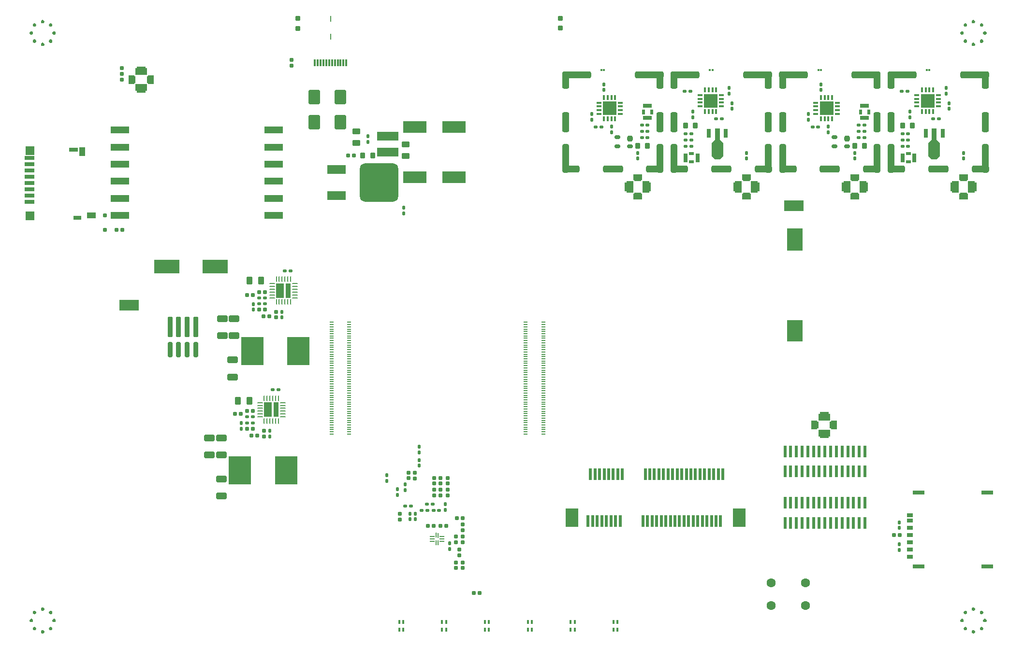
<source format=gtp>
G04*
G04 #@! TF.GenerationSoftware,Altium Limited,Altium Designer,19.1.6 (110)*
G04*
G04 Layer_Color=8421504*
%FSLAX44Y44*%
%MOMM*%
G71*
G01*
G75*
G04:AMPARAMS|DCode=22|XSize=0.6mm|YSize=0.6mm|CornerRadius=0.06mm|HoleSize=0mm|Usage=FLASHONLY|Rotation=0.000|XOffset=0mm|YOffset=0mm|HoleType=Round|Shape=RoundedRectangle|*
%AMROUNDEDRECTD22*
21,1,0.6000,0.4800,0,0,0.0*
21,1,0.4800,0.6000,0,0,0.0*
1,1,0.1200,0.2400,-0.2400*
1,1,0.1200,-0.2400,-0.2400*
1,1,0.1200,-0.2400,0.2400*
1,1,0.1200,0.2400,0.2400*
%
%ADD22ROUNDEDRECTD22*%
G04:AMPARAMS|DCode=23|XSize=1.4mm|YSize=1mm|CornerRadius=0.125mm|HoleSize=0mm|Usage=FLASHONLY|Rotation=0.000|XOffset=0mm|YOffset=0mm|HoleType=Round|Shape=RoundedRectangle|*
%AMROUNDEDRECTD23*
21,1,1.4000,0.7500,0,0,0.0*
21,1,1.1500,1.0000,0,0,0.0*
1,1,0.2500,0.5750,-0.3750*
1,1,0.2500,-0.5750,-0.3750*
1,1,0.2500,-0.5750,0.3750*
1,1,0.2500,0.5750,0.3750*
%
%ADD23ROUNDEDRECTD23*%
%ADD24R,0.7000X0.2000*%
%ADD25R,0.6000X2.0000*%
%ADD26R,2.3000X3.2000*%
G04:AMPARAMS|DCode=27|XSize=0.5mm|YSize=0.6mm|CornerRadius=0.05mm|HoleSize=0mm|Usage=FLASHONLY|Rotation=0.000|XOffset=0mm|YOffset=0mm|HoleType=Round|Shape=RoundedRectangle|*
%AMROUNDEDRECTD27*
21,1,0.5000,0.5000,0,0,0.0*
21,1,0.4000,0.6000,0,0,0.0*
1,1,0.1000,0.2000,-0.2500*
1,1,0.1000,-0.2000,-0.2500*
1,1,0.1000,-0.2000,0.2500*
1,1,0.1000,0.2000,0.2500*
%
%ADD27ROUNDEDRECTD27*%
G04:AMPARAMS|DCode=28|XSize=0.5mm|YSize=0.6mm|CornerRadius=0.05mm|HoleSize=0mm|Usage=FLASHONLY|Rotation=90.000|XOffset=0mm|YOffset=0mm|HoleType=Round|Shape=RoundedRectangle|*
%AMROUNDEDRECTD28*
21,1,0.5000,0.5000,0,0,90.0*
21,1,0.4000,0.6000,0,0,90.0*
1,1,0.1000,0.2500,0.2000*
1,1,0.1000,0.2500,-0.2000*
1,1,0.1000,-0.2500,-0.2000*
1,1,0.1000,-0.2500,0.2000*
%
%ADD28ROUNDEDRECTD28*%
G04:AMPARAMS|DCode=29|XSize=0.6mm|YSize=0.6mm|CornerRadius=0.06mm|HoleSize=0mm|Usage=FLASHONLY|Rotation=270.000|XOffset=0mm|YOffset=0mm|HoleType=Round|Shape=RoundedRectangle|*
%AMROUNDEDRECTD29*
21,1,0.6000,0.4800,0,0,270.0*
21,1,0.4800,0.6000,0,0,270.0*
1,1,0.1200,-0.2400,-0.2400*
1,1,0.1200,-0.2400,0.2400*
1,1,0.1200,0.2400,0.2400*
1,1,0.1200,0.2400,-0.2400*
%
%ADD29ROUNDEDRECTD29*%
%ADD30R,0.2200X0.9100*%
%ADD31R,0.2200X0.8100*%
%ADD32R,0.8100X0.2200*%
%ADD33R,4.1500X2.1500*%
%ADD34R,2.8000X4.0000*%
%ADD35R,2.8000X3.8000*%
%ADD36R,1.5019X1.0013*%
%ADD37R,1.0000X1.5000*%
%ADD38R,1.4006X0.8004*%
%ADD39R,1.5011X0.8006*%
%ADD40R,1.5018X1.5018*%
%ADD41R,1.5009X1.5009*%
%ADD42R,1.7526X0.7011*%
%ADD43R,1.7518X0.7007*%
%ADD44R,1.7504X0.7002*%
%ADD45R,1.7525X0.7010*%
%ADD46R,1.7522X0.7009*%
%ADD47R,1.7516X0.7006*%
%ADD48R,1.7530X0.7012*%
%ADD49R,1.7504X0.7002*%
%ADD50R,2.1000X0.7000*%
%ADD51R,1.1400X0.8000*%
G04:AMPARAMS|DCode=52|XSize=0.7mm|YSize=0.4mm|CornerRadius=0.05mm|HoleSize=0mm|Usage=FLASHONLY|Rotation=90.000|XOffset=0mm|YOffset=0mm|HoleType=Round|Shape=RoundedRectangle|*
%AMROUNDEDRECTD52*
21,1,0.7000,0.3000,0,0,90.0*
21,1,0.6000,0.4000,0,0,90.0*
1,1,0.1000,0.1500,0.3000*
1,1,0.1000,0.1500,-0.3000*
1,1,0.1000,-0.1500,-0.3000*
1,1,0.1000,-0.1500,0.3000*
%
%ADD52ROUNDEDRECTD52*%
%ADD53C,1.6000*%
G04:AMPARAMS|DCode=54|XSize=0.85mm|YSize=3.55mm|CornerRadius=0.2125mm|HoleSize=0mm|Usage=FLASHONLY|Rotation=0.000|XOffset=0mm|YOffset=0mm|HoleType=Round|Shape=RoundedRectangle|*
%AMROUNDEDRECTD54*
21,1,0.8500,3.1250,0,0,0.0*
21,1,0.4250,3.5500,0,0,0.0*
1,1,0.4250,0.2125,-1.5625*
1,1,0.4250,-0.2125,-1.5625*
1,1,0.4250,-0.2125,1.5625*
1,1,0.4250,0.2125,1.5625*
%
%ADD54ROUNDEDRECTD54*%
G04:AMPARAMS|DCode=55|XSize=0.85mm|YSize=2.65mm|CornerRadius=0.2125mm|HoleSize=0mm|Usage=FLASHONLY|Rotation=0.000|XOffset=0mm|YOffset=0mm|HoleType=Round|Shape=RoundedRectangle|*
%AMROUNDEDRECTD55*
21,1,0.8500,2.2250,0,0,0.0*
21,1,0.4250,2.6500,0,0,0.0*
1,1,0.4250,0.2125,-1.1125*
1,1,0.4250,-0.2125,-1.1125*
1,1,0.4250,-0.2125,1.1125*
1,1,0.4250,0.2125,1.1125*
%
%ADD55ROUNDEDRECTD55*%
%ADD56R,3.7000X1.6000*%
%ADD57R,1.5000X0.7500*%
%ADD58R,0.6000X0.9000*%
%ADD59R,0.2000X1.0000*%
%ADD60R,0.3000X1.2000*%
G04:AMPARAMS|DCode=61|XSize=1mm|YSize=0.9mm|CornerRadius=0.1125mm|HoleSize=0mm|Usage=FLASHONLY|Rotation=270.000|XOffset=0mm|YOffset=0mm|HoleType=Round|Shape=RoundedRectangle|*
%AMROUNDEDRECTD61*
21,1,1.0000,0.6750,0,0,270.0*
21,1,0.7750,0.9000,0,0,270.0*
1,1,0.2250,-0.3375,-0.3875*
1,1,0.2250,-0.3375,0.3875*
1,1,0.2250,0.3375,0.3875*
1,1,0.2250,0.3375,-0.3875*
%
%ADD61ROUNDEDRECTD61*%
G04:AMPARAMS|DCode=62|XSize=1.8mm|YSize=1.15mm|CornerRadius=0.1438mm|HoleSize=0mm|Usage=FLASHONLY|Rotation=180.000|XOffset=0mm|YOffset=0mm|HoleType=Round|Shape=RoundedRectangle|*
%AMROUNDEDRECTD62*
21,1,1.8000,0.8625,0,0,180.0*
21,1,1.5125,1.1500,0,0,180.0*
1,1,0.2875,-0.7563,0.4313*
1,1,0.2875,0.7563,0.4313*
1,1,0.2875,0.7563,-0.4313*
1,1,0.2875,-0.7563,-0.4313*
%
%ADD62ROUNDEDRECTD62*%
G04:AMPARAMS|DCode=63|XSize=3.3mm|YSize=1.6mm|CornerRadius=0.2mm|HoleSize=0mm|Usage=FLASHONLY|Rotation=180.000|XOffset=0mm|YOffset=0mm|HoleType=Round|Shape=RoundedRectangle|*
%AMROUNDEDRECTD63*
21,1,3.3000,1.2000,0,0,180.0*
21,1,2.9000,1.6000,0,0,180.0*
1,1,0.4000,-1.4500,0.6000*
1,1,0.4000,1.4500,0.6000*
1,1,0.4000,1.4500,-0.6000*
1,1,0.4000,-1.4500,-0.6000*
%
%ADD63ROUNDEDRECTD63*%
G04:AMPARAMS|DCode=64|XSize=6.7mm|YSize=6.7mm|CornerRadius=0.8375mm|HoleSize=0mm|Usage=FLASHONLY|Rotation=180.000|XOffset=0mm|YOffset=0mm|HoleType=Round|Shape=RoundedRectangle|*
%AMROUNDEDRECTD64*
21,1,6.7000,5.0250,0,0,180.0*
21,1,5.0250,6.7000,0,0,180.0*
1,1,1.6750,-2.5125,2.5125*
1,1,1.6750,2.5125,2.5125*
1,1,1.6750,2.5125,-2.5125*
1,1,1.6750,-2.5125,-2.5125*
%
%ADD64ROUNDEDRECTD64*%
%ADD65R,0.3100X0.3000*%
%ADD66R,0.9000X2.5500*%
%ADD67R,1.4000X2.5500*%
G04:AMPARAMS|DCode=68|XSize=0.25mm|YSize=1mm|CornerRadius=0.0625mm|HoleSize=0mm|Usage=FLASHONLY|Rotation=90.000|XOffset=0mm|YOffset=0mm|HoleType=Round|Shape=RoundedRectangle|*
%AMROUNDEDRECTD68*
21,1,0.2500,0.8750,0,0,90.0*
21,1,0.1250,1.0000,0,0,90.0*
1,1,0.1250,0.4375,0.0625*
1,1,0.1250,0.4375,-0.0625*
1,1,0.1250,-0.4375,-0.0625*
1,1,0.1250,-0.4375,0.0625*
%
%ADD68ROUNDEDRECTD68*%
G04:AMPARAMS|DCode=69|XSize=0.25mm|YSize=1mm|CornerRadius=0.0625mm|HoleSize=0mm|Usage=FLASHONLY|Rotation=180.000|XOffset=0mm|YOffset=0mm|HoleType=Round|Shape=RoundedRectangle|*
%AMROUNDEDRECTD69*
21,1,0.2500,0.8750,0,0,180.0*
21,1,0.1250,1.0000,0,0,180.0*
1,1,0.1250,-0.0625,0.4375*
1,1,0.1250,0.0625,0.4375*
1,1,0.1250,0.0625,-0.4375*
1,1,0.1250,-0.0625,-0.4375*
%
%ADD69ROUNDEDRECTD69*%
%ADD70R,0.3300X0.8500*%
%ADD71R,0.8500X0.3300*%
%ADD72R,2.4000X2.4000*%
G04:AMPARAMS|DCode=73|XSize=2mm|YSize=3.4mm|CornerRadius=0mm|HoleSize=0mm|Usage=FLASHONLY|Rotation=0.000|XOffset=0mm|YOffset=0mm|HoleType=Round|Shape=Octagon|*
%AMOCTAGOND73*
4,1,8,-0.5000,1.7000,0.5000,1.7000,1.0000,1.2000,1.0000,-1.2000,0.5000,-1.7000,-0.5000,-1.7000,-1.0000,-1.2000,-1.0000,1.2000,-0.5000,1.7000,0.0*
%
%ADD73OCTAGOND73*%

%ADD74R,0.7112X1.6000*%
%ADD75R,0.9144X2.0000*%
G04:AMPARAMS|DCode=76|XSize=0.95mm|YSize=0.65mm|CornerRadius=0.1625mm|HoleSize=0mm|Usage=FLASHONLY|Rotation=180.000|XOffset=0mm|YOffset=0mm|HoleType=Round|Shape=RoundedRectangle|*
%AMROUNDEDRECTD76*
21,1,0.9500,0.3250,0,0,180.0*
21,1,0.6250,0.6500,0,0,180.0*
1,1,0.3250,-0.3125,0.1625*
1,1,0.3250,0.3125,0.1625*
1,1,0.3250,0.3125,-0.1625*
1,1,0.3250,-0.3125,-0.1625*
%
%ADD76ROUNDEDRECTD76*%
G04:AMPARAMS|DCode=77|XSize=0.95mm|YSize=1mm|CornerRadius=0.2375mm|HoleSize=0mm|Usage=FLASHONLY|Rotation=180.000|XOffset=0mm|YOffset=0mm|HoleType=Round|Shape=RoundedRectangle|*
%AMROUNDEDRECTD77*
21,1,0.9500,0.5250,0,0,180.0*
21,1,0.4750,1.0000,0,0,180.0*
1,1,0.4750,-0.2375,0.2625*
1,1,0.4750,0.2375,0.2625*
1,1,0.4750,0.2375,-0.2625*
1,1,0.4750,-0.2375,-0.2625*
%
%ADD77ROUNDEDRECTD77*%
%ADD78R,1.0000X1.5500*%
%ADD79R,1.6000X1.2000*%
%ADD80R,1.2000X1.2000*%
%ADD81R,2.1500X1.2000*%
%ADD82R,4.0000X5.0000*%
G04:AMPARAMS|DCode=83|XSize=0.8mm|YSize=0.8mm|CornerRadius=0.1mm|HoleSize=0mm|Usage=FLASHONLY|Rotation=90.000|XOffset=0mm|YOffset=0mm|HoleType=Round|Shape=RoundedRectangle|*
%AMROUNDEDRECTD83*
21,1,0.8000,0.6000,0,0,90.0*
21,1,0.6000,0.8000,0,0,90.0*
1,1,0.2000,0.3000,0.3000*
1,1,0.2000,0.3000,-0.3000*
1,1,0.2000,-0.3000,-0.3000*
1,1,0.2000,-0.3000,0.3000*
%
%ADD83ROUNDEDRECTD83*%
%ADD84R,3.3000X1.2700*%
%ADD85R,4.5000X2.3500*%
G04:AMPARAMS|DCode=86|XSize=3mm|YSize=1.2mm|CornerRadius=0.3mm|HoleSize=0mm|Usage=FLASHONLY|Rotation=90.000|XOffset=0mm|YOffset=0mm|HoleType=Round|Shape=RoundedRectangle|*
%AMROUNDEDRECTD86*
21,1,3.0000,0.6000,0,0,90.0*
21,1,2.4000,1.2000,0,0,90.0*
1,1,0.6000,0.3000,1.2000*
1,1,0.6000,0.3000,-1.2000*
1,1,0.6000,-0.3000,-1.2000*
1,1,0.6000,-0.3000,1.2000*
%
%ADD86ROUNDEDRECTD86*%
G04:AMPARAMS|DCode=87|XSize=3.5mm|YSize=1.2mm|CornerRadius=0.3mm|HoleSize=0mm|Usage=FLASHONLY|Rotation=90.000|XOffset=0mm|YOffset=0mm|HoleType=Round|Shape=RoundedRectangle|*
%AMROUNDEDRECTD87*
21,1,3.5000,0.6000,0,0,90.0*
21,1,2.9000,1.2000,0,0,90.0*
1,1,0.6000,0.3000,1.4500*
1,1,0.6000,0.3000,-1.4500*
1,1,0.6000,-0.3000,-1.4500*
1,1,0.6000,-0.3000,1.4500*
%
%ADD87ROUNDEDRECTD87*%
G04:AMPARAMS|DCode=88|XSize=3.5mm|YSize=1.2mm|CornerRadius=0.3mm|HoleSize=0mm|Usage=FLASHONLY|Rotation=0.000|XOffset=0mm|YOffset=0mm|HoleType=Round|Shape=RoundedRectangle|*
%AMROUNDEDRECTD88*
21,1,3.5000,0.6000,0,0,0.0*
21,1,2.9000,1.2000,0,0,0.0*
1,1,0.6000,1.4500,-0.3000*
1,1,0.6000,-1.4500,-0.3000*
1,1,0.6000,-1.4500,0.3000*
1,1,0.6000,1.4500,0.3000*
%
%ADD88ROUNDEDRECTD88*%
G04:AMPARAMS|DCode=89|XSize=3mm|YSize=1.2mm|CornerRadius=0.3mm|HoleSize=0mm|Usage=FLASHONLY|Rotation=0.000|XOffset=0mm|YOffset=0mm|HoleType=Round|Shape=RoundedRectangle|*
%AMROUNDEDRECTD89*
21,1,3.0000,0.6000,0,0,0.0*
21,1,2.4000,1.2000,0,0,0.0*
1,1,0.6000,1.2000,-0.3000*
1,1,0.6000,-1.2000,-0.3000*
1,1,0.6000,-1.2000,0.3000*
1,1,0.6000,1.2000,0.3000*
%
%ADD89ROUNDEDRECTD89*%
G04:AMPARAMS|DCode=90|XSize=5mm|YSize=1.2mm|CornerRadius=0.3mm|HoleSize=0mm|Usage=FLASHONLY|Rotation=270.000|XOffset=0mm|YOffset=0mm|HoleType=Round|Shape=RoundedRectangle|*
%AMROUNDEDRECTD90*
21,1,5.0000,0.6000,0,0,270.0*
21,1,4.4000,1.2000,0,0,270.0*
1,1,0.6000,-0.3000,-2.2000*
1,1,0.6000,-0.3000,2.2000*
1,1,0.6000,0.3000,2.2000*
1,1,0.6000,0.3000,-2.2000*
%
%ADD90ROUNDEDRECTD90*%
G04:AMPARAMS|DCode=91|XSize=5mm|YSize=1.2mm|CornerRadius=0.3mm|HoleSize=0mm|Usage=FLASHONLY|Rotation=0.000|XOffset=0mm|YOffset=0mm|HoleType=Round|Shape=RoundedRectangle|*
%AMROUNDEDRECTD91*
21,1,5.0000,0.6000,0,0,0.0*
21,1,4.4000,1.2000,0,0,0.0*
1,1,0.6000,2.2000,-0.3000*
1,1,0.6000,-2.2000,-0.3000*
1,1,0.6000,-2.2000,0.3000*
1,1,0.6000,2.2000,0.3000*
%
%ADD91ROUNDEDRECTD91*%
G04:AMPARAMS|DCode=92|XSize=2.5mm|YSize=2mm|CornerRadius=0.25mm|HoleSize=0mm|Usage=FLASHONLY|Rotation=90.000|XOffset=0mm|YOffset=0mm|HoleType=Round|Shape=RoundedRectangle|*
%AMROUNDEDRECTD92*
21,1,2.5000,1.5000,0,0,90.0*
21,1,2.0000,2.0000,0,0,90.0*
1,1,0.5000,0.7500,1.0000*
1,1,0.5000,0.7500,-1.0000*
1,1,0.5000,-0.7500,-1.0000*
1,1,0.5000,-0.7500,1.0000*
%
%ADD92ROUNDEDRECTD92*%
%ADD93R,3.5000X1.9000*%
G04:AMPARAMS|DCode=94|XSize=0.6mm|YSize=0.7mm|CornerRadius=0.075mm|HoleSize=0mm|Usage=FLASHONLY|Rotation=270.000|XOffset=0mm|YOffset=0mm|HoleType=Round|Shape=RoundedRectangle|*
%AMROUNDEDRECTD94*
21,1,0.6000,0.5500,0,0,270.0*
21,1,0.4500,0.7000,0,0,270.0*
1,1,0.1500,-0.2750,-0.2250*
1,1,0.1500,-0.2750,0.2250*
1,1,0.1500,0.2750,0.2250*
1,1,0.1500,0.2750,-0.2250*
%
%ADD94ROUNDEDRECTD94*%
%ADD95R,1.5500X1.0000*%
%ADD96R,1.2000X1.6000*%
%ADD97R,1.2000X1.2000*%
%ADD98R,1.2000X2.1500*%
G04:AMPARAMS|DCode=99|XSize=1.4mm|YSize=1mm|CornerRadius=0.125mm|HoleSize=0mm|Usage=FLASHONLY|Rotation=90.000|XOffset=0mm|YOffset=0mm|HoleType=Round|Shape=RoundedRectangle|*
%AMROUNDEDRECTD99*
21,1,1.4000,0.7500,0,0,90.0*
21,1,1.1500,1.0000,0,0,90.0*
1,1,0.2500,0.3750,0.5750*
1,1,0.2500,0.3750,-0.5750*
1,1,0.2500,-0.3750,-0.5750*
1,1,0.2500,-0.3750,0.5750*
%
%ADD99ROUNDEDRECTD99*%
%ADD100R,0.9000X0.6000*%
%ADD101R,0.7500X1.5000*%
%ADD102R,2.4000X2.4000*%
G36*
X36699Y57543D02*
X37543Y56699D01*
X38000Y55597D01*
Y55000D01*
Y54403D01*
X37543Y53301D01*
X36699Y52457D01*
X35597Y52000D01*
X34403D01*
X33301Y52457D01*
X32457Y53301D01*
X32000Y54403D01*
Y55000D01*
Y55597D01*
X32457Y56699D01*
X33301Y57543D01*
X34403Y58000D01*
X35597D01*
X36699Y57543D01*
D02*
G37*
G36*
X50841Y51685D02*
X51263Y51263D01*
X51685Y50841D01*
X52142Y49739D01*
Y48545D01*
X51685Y47443D01*
X51263Y47021D01*
X50841Y46599D01*
X49739Y46142D01*
X48545D01*
X47443Y46599D01*
X47021Y47021D01*
X46599Y47443D01*
X46142Y48545D01*
Y49739D01*
X46599Y50841D01*
X47021Y51263D01*
X47443Y51685D01*
X48545Y52142D01*
X49739D01*
X50841Y51685D01*
D02*
G37*
G36*
X22557D02*
X22979Y51263D01*
X23401Y50841D01*
X23858Y49739D01*
Y48545D01*
X23401Y47443D01*
X22979Y47021D01*
X22557Y46599D01*
X21455Y46142D01*
X20261D01*
X19159Y46599D01*
X18736Y47021D01*
X18315Y47443D01*
X17858Y48545D01*
Y49739D01*
X18315Y50841D01*
X18736Y51263D01*
X19159Y51685D01*
X20261Y52142D01*
X21455D01*
X22557Y51685D01*
D02*
G37*
G36*
X56699Y37543D02*
X57543Y36699D01*
X58000Y35597D01*
Y35000D01*
Y34403D01*
X57543Y33301D01*
X56699Y32457D01*
X55597Y32000D01*
X54403D01*
X53301Y32457D01*
X52457Y33301D01*
X52000Y34403D01*
Y35000D01*
Y35597D01*
X52457Y36699D01*
X53301Y37543D01*
X54403Y38000D01*
X55597D01*
X56699Y37543D01*
D02*
G37*
G36*
X16699D02*
X17543Y36699D01*
X18000Y35597D01*
Y35000D01*
Y34403D01*
X17543Y33301D01*
X16699Y32457D01*
X15597Y32000D01*
X14403D01*
X13301Y32457D01*
X12457Y33301D01*
X12000Y34403D01*
Y35000D01*
Y35597D01*
X12457Y36699D01*
X13301Y37543D01*
X14403Y38000D01*
X15597D01*
X16699Y37543D01*
D02*
G37*
G36*
X50841Y23401D02*
X51263Y22979D01*
X51685Y22557D01*
X52142Y21455D01*
Y20261D01*
X51685Y19159D01*
X51263Y18736D01*
X50841Y18315D01*
X49739Y17858D01*
X48545D01*
X47443Y18315D01*
X47021Y18736D01*
X46599Y19159D01*
X46142Y20261D01*
Y21455D01*
X46599Y22557D01*
X47021Y22979D01*
X47443Y23401D01*
X48545Y23858D01*
X49739D01*
X50841Y23401D01*
D02*
G37*
G36*
X22557D02*
X22979Y22979D01*
X23401Y22557D01*
X23858Y21455D01*
Y20261D01*
X23401Y19159D01*
X22979Y18736D01*
X22557Y18315D01*
X21455Y17858D01*
X20261D01*
X19159Y18315D01*
X18736Y18736D01*
X18315Y19159D01*
X17858Y20261D01*
Y21455D01*
X18315Y22557D01*
X18736Y22979D01*
X19159Y23401D01*
X20261Y23858D01*
X21455D01*
X22557Y23401D01*
D02*
G37*
G36*
X36699Y17543D02*
X37543Y16699D01*
X38000Y15597D01*
Y15000D01*
Y14403D01*
X37543Y13301D01*
X36699Y12457D01*
X35597Y12000D01*
X34403D01*
X33301Y12457D01*
X32457Y13301D01*
X32000Y14403D01*
Y15000D01*
Y15597D01*
X32457Y16699D01*
X33301Y17543D01*
X34403Y18000D01*
X35597D01*
X36699Y17543D01*
D02*
G37*
G36*
Y1087543D02*
X37543Y1086699D01*
X38000Y1085597D01*
Y1085000D01*
Y1084403D01*
X37543Y1083301D01*
X36699Y1082457D01*
X35597Y1082000D01*
X34403D01*
X33301Y1082457D01*
X32457Y1083301D01*
X32000Y1084403D01*
Y1085000D01*
Y1085597D01*
X32457Y1086699D01*
X33301Y1087543D01*
X34403Y1088000D01*
X35597D01*
X36699Y1087543D01*
D02*
G37*
G36*
X50841Y1081685D02*
X51263Y1081264D01*
X51685Y1080842D01*
X52142Y1079739D01*
Y1078545D01*
X51685Y1077443D01*
X51263Y1077021D01*
X50841Y1076599D01*
X49739Y1076142D01*
X48545D01*
X47443Y1076599D01*
X47021Y1077021D01*
X46599Y1077443D01*
X46142Y1078545D01*
Y1079739D01*
X46599Y1080842D01*
X47021Y1081264D01*
X47443Y1081685D01*
X48545Y1082142D01*
X49739D01*
X50841Y1081685D01*
D02*
G37*
G36*
X22557D02*
X22979Y1081264D01*
X23401Y1080842D01*
X23858Y1079739D01*
Y1078545D01*
X23401Y1077443D01*
X22979Y1077021D01*
X22557Y1076599D01*
X21455Y1076142D01*
X20261D01*
X19159Y1076599D01*
X18736Y1077021D01*
X18315Y1077443D01*
X17858Y1078545D01*
Y1079739D01*
X18315Y1080842D01*
X18736Y1081264D01*
X19159Y1081685D01*
X20261Y1082142D01*
X21455D01*
X22557Y1081685D01*
D02*
G37*
G36*
X56699Y1067543D02*
X57543Y1066699D01*
X58000Y1065597D01*
Y1065000D01*
Y1064403D01*
X57543Y1063301D01*
X56699Y1062457D01*
X55597Y1062000D01*
X54403D01*
X53301Y1062457D01*
X52457Y1063301D01*
X52000Y1064403D01*
Y1065000D01*
Y1065597D01*
X52457Y1066699D01*
X53301Y1067543D01*
X54403Y1068000D01*
X55597D01*
X56699Y1067543D01*
D02*
G37*
G36*
X16699D02*
X17543Y1066699D01*
X18000Y1065597D01*
Y1065000D01*
Y1064403D01*
X17543Y1063301D01*
X16699Y1062457D01*
X15597Y1062000D01*
X14403D01*
X13301Y1062457D01*
X12457Y1063301D01*
X12000Y1064403D01*
Y1065000D01*
Y1065597D01*
X12457Y1066699D01*
X13301Y1067543D01*
X14403Y1068000D01*
X15597D01*
X16699Y1067543D01*
D02*
G37*
G36*
X50841Y1053401D02*
X51263Y1052979D01*
X51685Y1052557D01*
X52142Y1051455D01*
Y1050261D01*
X51685Y1049158D01*
X51263Y1048736D01*
X50841Y1048315D01*
X49739Y1047858D01*
X48545D01*
X47443Y1048315D01*
X47021Y1048736D01*
X46599Y1049158D01*
X46142Y1050261D01*
Y1051455D01*
X46599Y1052557D01*
X47021Y1052979D01*
X47443Y1053401D01*
X48545Y1053858D01*
X49739D01*
X50841Y1053401D01*
D02*
G37*
G36*
X22557D02*
X22979Y1052979D01*
X23401Y1052557D01*
X23858Y1051455D01*
Y1050261D01*
X23401Y1049158D01*
X22979Y1048736D01*
X22557Y1048315D01*
X21455Y1047858D01*
X20261D01*
X19159Y1048315D01*
X18736Y1048736D01*
X18315Y1049158D01*
X17858Y1050261D01*
Y1051455D01*
X18315Y1052557D01*
X18736Y1052979D01*
X19159Y1053401D01*
X20261Y1053858D01*
X21455D01*
X22557Y1053401D01*
D02*
G37*
G36*
X36699Y1047543D02*
X37543Y1046699D01*
X38000Y1045597D01*
Y1045000D01*
Y1044403D01*
X37543Y1043301D01*
X36699Y1042457D01*
X35597Y1042000D01*
X34403D01*
X33301Y1042457D01*
X32457Y1043301D01*
X32000Y1044403D01*
Y1045000D01*
Y1045597D01*
X32457Y1046699D01*
X33301Y1047543D01*
X34403Y1048000D01*
X35597D01*
X36699Y1047543D01*
D02*
G37*
G36*
X1666699Y57543D02*
X1667543Y56699D01*
X1668000Y55597D01*
Y55000D01*
Y54403D01*
X1667543Y53301D01*
X1666699Y52457D01*
X1665597Y52000D01*
X1664403D01*
X1663301Y52457D01*
X1662457Y53301D01*
X1662000Y54403D01*
Y55000D01*
Y55597D01*
X1662457Y56699D01*
X1663301Y57543D01*
X1664403Y58000D01*
X1665597D01*
X1666699Y57543D01*
D02*
G37*
G36*
X1680842Y51685D02*
X1681263Y51263D01*
X1681685Y50841D01*
X1682142Y49739D01*
Y48545D01*
X1681685Y47443D01*
X1681263Y47021D01*
X1680842Y46599D01*
X1679739Y46142D01*
X1678545D01*
X1677443Y46599D01*
X1677021Y47021D01*
X1676599Y47443D01*
X1676142Y48545D01*
Y49739D01*
X1676599Y50841D01*
X1677021Y51263D01*
X1677443Y51685D01*
X1678545Y52142D01*
X1679739D01*
X1680842Y51685D01*
D02*
G37*
G36*
X1652557D02*
X1652979Y51263D01*
X1653401Y50841D01*
X1653858Y49739D01*
Y48545D01*
X1653401Y47443D01*
X1652979Y47021D01*
X1652557Y46599D01*
X1651455Y46142D01*
X1650261D01*
X1649158Y46599D01*
X1648737Y47021D01*
X1648315Y47443D01*
X1647858Y48545D01*
Y49739D01*
X1648315Y50841D01*
X1648737Y51263D01*
X1649158Y51685D01*
X1650261Y52142D01*
X1651455D01*
X1652557Y51685D01*
D02*
G37*
G36*
X1686699Y37543D02*
X1687543Y36699D01*
X1688000Y35597D01*
Y35000D01*
Y34403D01*
X1687543Y33301D01*
X1686699Y32457D01*
X1685597Y32000D01*
X1684403D01*
X1683301Y32457D01*
X1682457Y33301D01*
X1682000Y34403D01*
Y35000D01*
Y35597D01*
X1682457Y36699D01*
X1683301Y37543D01*
X1684403Y38000D01*
X1685597D01*
X1686699Y37543D01*
D02*
G37*
G36*
X1646699D02*
X1647543Y36699D01*
X1648000Y35597D01*
Y35000D01*
Y34403D01*
X1647543Y33301D01*
X1646699Y32457D01*
X1645597Y32000D01*
X1644403D01*
X1643301Y32457D01*
X1642457Y33301D01*
X1642000Y34403D01*
Y35000D01*
Y35597D01*
X1642457Y36699D01*
X1643301Y37543D01*
X1644403Y38000D01*
X1645597D01*
X1646699Y37543D01*
D02*
G37*
G36*
X1680842Y23401D02*
X1681263Y22979D01*
X1681685Y22557D01*
X1682142Y21455D01*
Y20261D01*
X1681685Y19159D01*
X1681263Y18736D01*
X1680842Y18315D01*
X1679739Y17858D01*
X1678545D01*
X1677443Y18315D01*
X1677021Y18736D01*
X1676599Y19159D01*
X1676142Y20261D01*
Y21455D01*
X1676599Y22557D01*
X1677021Y22979D01*
X1677443Y23401D01*
X1678545Y23858D01*
X1679739D01*
X1680842Y23401D01*
D02*
G37*
G36*
X1652557D02*
X1652979Y22979D01*
X1653401Y22557D01*
X1653858Y21455D01*
Y20261D01*
X1653401Y19159D01*
X1652979Y18736D01*
X1652557Y18315D01*
X1651455Y17858D01*
X1650261D01*
X1649158Y18315D01*
X1648737Y18736D01*
X1648315Y19159D01*
X1647858Y20261D01*
Y21455D01*
X1648315Y22557D01*
X1648737Y22979D01*
X1649158Y23401D01*
X1650261Y23858D01*
X1651455D01*
X1652557Y23401D01*
D02*
G37*
G36*
X1666699Y17543D02*
X1667543Y16699D01*
X1668000Y15597D01*
Y15000D01*
Y14403D01*
X1667543Y13301D01*
X1666699Y12457D01*
X1665597Y12000D01*
X1664403D01*
X1663301Y12457D01*
X1662457Y13301D01*
X1662000Y14403D01*
Y15000D01*
Y15597D01*
X1662457Y16699D01*
X1663301Y17543D01*
X1664403Y18000D01*
X1665597D01*
X1666699Y17543D01*
D02*
G37*
G36*
Y1087543D02*
X1667543Y1086699D01*
X1668000Y1085597D01*
Y1085000D01*
Y1084403D01*
X1667543Y1083301D01*
X1666699Y1082457D01*
X1665597Y1082000D01*
X1664403D01*
X1663301Y1082457D01*
X1662457Y1083301D01*
X1662000Y1084403D01*
Y1085000D01*
Y1085597D01*
X1662457Y1086699D01*
X1663301Y1087543D01*
X1664403Y1088000D01*
X1665597D01*
X1666699Y1087543D01*
D02*
G37*
G36*
X1680842Y1081685D02*
X1681263Y1081264D01*
X1681685Y1080842D01*
X1682142Y1079739D01*
Y1078545D01*
X1681685Y1077443D01*
X1681263Y1077021D01*
X1680842Y1076599D01*
X1679739Y1076142D01*
X1678545D01*
X1677443Y1076599D01*
X1677021Y1077021D01*
X1676599Y1077443D01*
X1676142Y1078545D01*
Y1079739D01*
X1676599Y1080842D01*
X1677021Y1081264D01*
X1677443Y1081685D01*
X1678545Y1082142D01*
X1679739D01*
X1680842Y1081685D01*
D02*
G37*
G36*
X1652557D02*
X1652979Y1081264D01*
X1653401Y1080842D01*
X1653858Y1079739D01*
Y1078545D01*
X1653401Y1077443D01*
X1652979Y1077021D01*
X1652557Y1076599D01*
X1651455Y1076142D01*
X1650261D01*
X1649158Y1076599D01*
X1648737Y1077021D01*
X1648315Y1077443D01*
X1647858Y1078545D01*
Y1079739D01*
X1648315Y1080842D01*
X1648737Y1081264D01*
X1649158Y1081685D01*
X1650261Y1082142D01*
X1651455D01*
X1652557Y1081685D01*
D02*
G37*
G36*
X1686699Y1067543D02*
X1687543Y1066699D01*
X1688000Y1065597D01*
Y1065000D01*
Y1064403D01*
X1687543Y1063301D01*
X1686699Y1062457D01*
X1685597Y1062000D01*
X1684403D01*
X1683301Y1062457D01*
X1682457Y1063301D01*
X1682000Y1064403D01*
Y1065000D01*
Y1065597D01*
X1682457Y1066699D01*
X1683301Y1067543D01*
X1684403Y1068000D01*
X1685597D01*
X1686699Y1067543D01*
D02*
G37*
G36*
X1646699D02*
X1647543Y1066699D01*
X1648000Y1065597D01*
Y1065000D01*
Y1064403D01*
X1647543Y1063301D01*
X1646699Y1062457D01*
X1645597Y1062000D01*
X1644403D01*
X1643301Y1062457D01*
X1642457Y1063301D01*
X1642000Y1064403D01*
Y1065000D01*
Y1065597D01*
X1642457Y1066699D01*
X1643301Y1067543D01*
X1644403Y1068000D01*
X1645597D01*
X1646699Y1067543D01*
D02*
G37*
G36*
X1680842Y1053401D02*
X1681263Y1052979D01*
X1681685Y1052557D01*
X1682142Y1051455D01*
Y1050261D01*
X1681685Y1049158D01*
X1681263Y1048736D01*
X1680842Y1048315D01*
X1679739Y1047858D01*
X1678545D01*
X1677443Y1048315D01*
X1677021Y1048736D01*
X1676599Y1049158D01*
X1676142Y1050261D01*
Y1051455D01*
X1676599Y1052557D01*
X1677021Y1052979D01*
X1677443Y1053401D01*
X1678545Y1053858D01*
X1679739D01*
X1680842Y1053401D01*
D02*
G37*
G36*
X1652557D02*
X1652979Y1052979D01*
X1653401Y1052557D01*
X1653858Y1051455D01*
Y1050261D01*
X1653401Y1049158D01*
X1652979Y1048736D01*
X1652557Y1048315D01*
X1651455Y1047858D01*
X1650261D01*
X1649158Y1048315D01*
X1648737Y1048736D01*
X1648315Y1049158D01*
X1647858Y1050261D01*
Y1051455D01*
X1648315Y1052557D01*
X1648737Y1052979D01*
X1649158Y1053401D01*
X1650261Y1053858D01*
X1651455D01*
X1652557Y1053401D01*
D02*
G37*
G36*
X1666699Y1047543D02*
X1667543Y1046699D01*
X1668000Y1045597D01*
Y1045000D01*
Y1044403D01*
X1667543Y1043301D01*
X1666699Y1042457D01*
X1665597Y1042000D01*
X1664403D01*
X1663301Y1042457D01*
X1662457Y1043301D01*
X1662000Y1044403D01*
Y1045000D01*
Y1045597D01*
X1662457Y1046699D01*
X1663301Y1047543D01*
X1664403Y1048000D01*
X1665597D01*
X1666699Y1047543D01*
D02*
G37*
D22*
X471250Y1008000D02*
D03*
Y1018000D02*
D03*
X675500Y294250D02*
D03*
Y284250D02*
D03*
X660125Y212125D02*
D03*
Y222125D02*
D03*
X770750Y203062D02*
D03*
Y193062D02*
D03*
X744000Y275000D02*
D03*
Y285000D02*
D03*
X731750D02*
D03*
Y275000D02*
D03*
X720500D02*
D03*
Y285000D02*
D03*
X758500Y136750D02*
D03*
Y126750D02*
D03*
X686399Y284149D02*
D03*
Y294149D02*
D03*
X744000Y264000D02*
D03*
Y254000D02*
D03*
X731750Y264000D02*
D03*
Y254000D02*
D03*
X770750Y126750D02*
D03*
Y136750D02*
D03*
X764500Y149000D02*
D03*
Y159000D02*
D03*
X720500Y264000D02*
D03*
Y254000D02*
D03*
X758500Y172000D02*
D03*
Y182000D02*
D03*
X770750D02*
D03*
Y172000D02*
D03*
X174000Y1003500D02*
D03*
Y993500D02*
D03*
D03*
Y983500D02*
D03*
X443750Y566250D02*
D03*
Y576250D02*
D03*
X422500Y357500D02*
D03*
Y367500D02*
D03*
D23*
X670500Y869750D02*
D03*
Y849750D02*
D03*
X584000Y892250D02*
D03*
Y872250D02*
D03*
D24*
X880850Y557750D02*
D03*
Y553750D02*
D03*
Y549750D02*
D03*
Y545750D02*
D03*
Y541750D02*
D03*
Y537750D02*
D03*
Y533750D02*
D03*
Y529750D02*
D03*
Y525750D02*
D03*
Y521750D02*
D03*
Y517750D02*
D03*
Y513750D02*
D03*
Y509750D02*
D03*
Y505750D02*
D03*
Y501750D02*
D03*
Y497750D02*
D03*
Y493750D02*
D03*
Y489750D02*
D03*
Y485750D02*
D03*
Y481750D02*
D03*
Y477750D02*
D03*
Y473750D02*
D03*
Y469750D02*
D03*
Y465750D02*
D03*
Y461750D02*
D03*
Y457750D02*
D03*
Y453750D02*
D03*
Y449750D02*
D03*
Y445750D02*
D03*
Y441750D02*
D03*
Y437750D02*
D03*
Y433750D02*
D03*
Y429750D02*
D03*
Y425750D02*
D03*
Y421750D02*
D03*
Y417750D02*
D03*
Y413750D02*
D03*
Y409750D02*
D03*
Y405750D02*
D03*
Y401750D02*
D03*
Y397750D02*
D03*
Y393750D02*
D03*
Y389750D02*
D03*
Y385750D02*
D03*
Y381750D02*
D03*
Y377750D02*
D03*
Y373750D02*
D03*
Y369750D02*
D03*
Y365750D02*
D03*
Y361750D02*
D03*
X911650Y557750D02*
D03*
Y553750D02*
D03*
Y549750D02*
D03*
Y545750D02*
D03*
Y541750D02*
D03*
Y537750D02*
D03*
Y533750D02*
D03*
Y529750D02*
D03*
Y525750D02*
D03*
Y521750D02*
D03*
Y517750D02*
D03*
Y513750D02*
D03*
Y509750D02*
D03*
Y505750D02*
D03*
Y501750D02*
D03*
Y497750D02*
D03*
Y493750D02*
D03*
Y489750D02*
D03*
Y485750D02*
D03*
Y481750D02*
D03*
Y477750D02*
D03*
Y473750D02*
D03*
Y469750D02*
D03*
Y465750D02*
D03*
Y461750D02*
D03*
Y457750D02*
D03*
Y453750D02*
D03*
Y449750D02*
D03*
Y445750D02*
D03*
Y441750D02*
D03*
Y437750D02*
D03*
Y433750D02*
D03*
Y429750D02*
D03*
Y425750D02*
D03*
Y421750D02*
D03*
Y417750D02*
D03*
Y413750D02*
D03*
Y409750D02*
D03*
Y405750D02*
D03*
Y401750D02*
D03*
Y397750D02*
D03*
Y393750D02*
D03*
Y389750D02*
D03*
Y385750D02*
D03*
Y381750D02*
D03*
Y377750D02*
D03*
Y373750D02*
D03*
Y369750D02*
D03*
Y365750D02*
D03*
Y361750D02*
D03*
X540850Y557750D02*
D03*
Y553750D02*
D03*
Y549750D02*
D03*
Y545750D02*
D03*
Y541750D02*
D03*
Y537750D02*
D03*
Y533750D02*
D03*
Y529750D02*
D03*
Y525750D02*
D03*
Y521750D02*
D03*
Y517750D02*
D03*
Y513750D02*
D03*
Y509750D02*
D03*
Y505750D02*
D03*
Y501750D02*
D03*
Y497750D02*
D03*
Y493750D02*
D03*
Y489750D02*
D03*
Y485750D02*
D03*
Y481750D02*
D03*
Y477750D02*
D03*
Y473750D02*
D03*
Y469750D02*
D03*
Y465750D02*
D03*
Y461750D02*
D03*
Y457750D02*
D03*
Y453750D02*
D03*
Y449750D02*
D03*
Y445750D02*
D03*
Y441750D02*
D03*
Y437750D02*
D03*
Y433750D02*
D03*
Y429750D02*
D03*
Y425750D02*
D03*
Y421750D02*
D03*
Y417750D02*
D03*
Y413750D02*
D03*
Y409750D02*
D03*
Y405750D02*
D03*
Y401750D02*
D03*
Y397750D02*
D03*
Y393750D02*
D03*
Y389750D02*
D03*
Y385750D02*
D03*
Y381750D02*
D03*
Y377750D02*
D03*
Y373750D02*
D03*
Y369750D02*
D03*
Y365750D02*
D03*
Y361750D02*
D03*
X571650Y557750D02*
D03*
Y553750D02*
D03*
Y549750D02*
D03*
Y545750D02*
D03*
Y541750D02*
D03*
Y537750D02*
D03*
Y533750D02*
D03*
Y529750D02*
D03*
Y525750D02*
D03*
Y521750D02*
D03*
Y517750D02*
D03*
Y513750D02*
D03*
Y509750D02*
D03*
Y505750D02*
D03*
Y501750D02*
D03*
Y497750D02*
D03*
Y493750D02*
D03*
Y489750D02*
D03*
Y485750D02*
D03*
Y481750D02*
D03*
Y477750D02*
D03*
Y473750D02*
D03*
Y469750D02*
D03*
Y465750D02*
D03*
Y461750D02*
D03*
Y457750D02*
D03*
Y453750D02*
D03*
Y449750D02*
D03*
Y445750D02*
D03*
Y441750D02*
D03*
Y437750D02*
D03*
Y433750D02*
D03*
Y429750D02*
D03*
Y425750D02*
D03*
Y421750D02*
D03*
Y417750D02*
D03*
Y413750D02*
D03*
Y409750D02*
D03*
Y405750D02*
D03*
Y401750D02*
D03*
Y397750D02*
D03*
Y393750D02*
D03*
Y389750D02*
D03*
Y385750D02*
D03*
Y381750D02*
D03*
Y377750D02*
D03*
Y373750D02*
D03*
Y369750D02*
D03*
Y365750D02*
D03*
Y361750D02*
D03*
D25*
X1226250Y291000D02*
D03*
X1218250D02*
D03*
X1210250D02*
D03*
X1202250D02*
D03*
X1194250D02*
D03*
X1186250D02*
D03*
X1178250D02*
D03*
X1170250D02*
D03*
X1162250D02*
D03*
X1154250D02*
D03*
X1146250D02*
D03*
X1138250D02*
D03*
X1130250D02*
D03*
X1122250D02*
D03*
X1114250D02*
D03*
X1106250D02*
D03*
X1098250D02*
D03*
X1090250D02*
D03*
X1222250Y209000D02*
D03*
X1214250D02*
D03*
X1206250D02*
D03*
X1198250D02*
D03*
X1190250D02*
D03*
X1182250D02*
D03*
X1174250D02*
D03*
X1166250D02*
D03*
X1158250D02*
D03*
X1150250D02*
D03*
X1142250D02*
D03*
X1134250D02*
D03*
X1126250D02*
D03*
X1118250D02*
D03*
X1110250D02*
D03*
X1102250D02*
D03*
X1094250D02*
D03*
X1086250D02*
D03*
X1050250Y291000D02*
D03*
X1042250D02*
D03*
X1034250D02*
D03*
X1026250D02*
D03*
X1018250D02*
D03*
X1010250D02*
D03*
X1002250D02*
D03*
X994250D02*
D03*
X1046250Y209000D02*
D03*
X1038250D02*
D03*
X1030250D02*
D03*
X1022250D02*
D03*
X1014250D02*
D03*
X1006250D02*
D03*
X998250D02*
D03*
X990250D02*
D03*
X1475000Y331250D02*
D03*
X1465000D02*
D03*
X1455000Y331250D02*
D03*
X1445000D02*
D03*
X1435000D02*
D03*
X1425000D02*
D03*
X1415000D02*
D03*
X1405000D02*
D03*
X1395000D02*
D03*
X1385000D02*
D03*
X1375000D02*
D03*
X1365000Y331250D02*
D03*
X1355000D02*
D03*
X1345000Y331250D02*
D03*
X1335000Y331250D02*
D03*
Y296250D02*
D03*
X1345000D02*
D03*
X1355000D02*
D03*
X1365000D02*
D03*
X1375000D02*
D03*
X1385000D02*
D03*
X1395000Y296250D02*
D03*
X1405000Y296250D02*
D03*
X1415000D02*
D03*
X1425000D02*
D03*
X1435000Y296250D02*
D03*
X1445000Y296250D02*
D03*
X1455000D02*
D03*
X1465000D02*
D03*
X1475000D02*
D03*
Y206250D02*
D03*
X1465000D02*
D03*
X1455000Y206250D02*
D03*
X1445000D02*
D03*
X1435000D02*
D03*
X1425000D02*
D03*
X1415000D02*
D03*
X1405000D02*
D03*
X1395000D02*
D03*
X1385000D02*
D03*
X1375000D02*
D03*
X1365000Y206250D02*
D03*
X1355000D02*
D03*
X1345000Y206250D02*
D03*
X1335000Y206250D02*
D03*
Y241250D02*
D03*
X1345000Y241250D02*
D03*
X1355000Y241250D02*
D03*
X1365000D02*
D03*
X1375000D02*
D03*
X1385000Y241250D02*
D03*
X1395000D02*
D03*
X1405000Y241250D02*
D03*
X1415000D02*
D03*
X1425000D02*
D03*
X1435000Y241250D02*
D03*
X1445000D02*
D03*
X1455000Y241250D02*
D03*
X1465000D02*
D03*
X1475000D02*
D03*
D26*
X1254750Y215000D02*
D03*
X961750D02*
D03*
D27*
X604500Y873750D02*
D03*
Y883750D02*
D03*
X694000Y339250D02*
D03*
Y329250D02*
D03*
Y316250D02*
D03*
Y306250D02*
D03*
X670250Y273250D02*
D03*
Y263250D02*
D03*
X637500Y289500D02*
D03*
Y279500D02*
D03*
X656000Y265250D02*
D03*
Y255250D02*
D03*
X688000Y222250D02*
D03*
Y212250D02*
D03*
X678000D02*
D03*
Y222250D02*
D03*
X740000Y228500D02*
D03*
Y238500D02*
D03*
X747750Y160250D02*
D03*
Y170250D02*
D03*
X1553750Y927500D02*
D03*
Y917500D02*
D03*
X1535250Y207000D02*
D03*
Y197000D02*
D03*
X1535250Y168750D02*
D03*
Y158750D02*
D03*
X667000Y758500D02*
D03*
Y748500D02*
D03*
X1622500Y942000D02*
D03*
Y932000D02*
D03*
X1647400Y854750D02*
D03*
Y844750D02*
D03*
X1617000Y968750D02*
D03*
Y958750D02*
D03*
X1457400Y854750D02*
D03*
Y844750D02*
D03*
X1411000Y901217D02*
D03*
Y891217D02*
D03*
X1376250Y913250D02*
D03*
Y923250D02*
D03*
X1398000Y975000D02*
D03*
Y965000D02*
D03*
X1018000Y975000D02*
D03*
X1018000Y965000D02*
D03*
X996250Y913250D02*
D03*
Y923250D02*
D03*
X1031000Y901217D02*
D03*
Y891217D02*
D03*
X1077400Y854750D02*
D03*
Y844750D02*
D03*
X1173750Y927500D02*
D03*
Y917500D02*
D03*
X1237000Y968750D02*
D03*
Y958750D02*
D03*
X1242500Y942000D02*
D03*
Y932000D02*
D03*
X1267400Y854750D02*
D03*
Y844750D02*
D03*
X403855Y579750D02*
D03*
Y589750D02*
D03*
X454250Y576250D02*
D03*
Y566250D02*
D03*
X433000Y367500D02*
D03*
Y357500D02*
D03*
X382605Y371000D02*
D03*
Y381000D02*
D03*
D28*
X680250Y235500D02*
D03*
X670250D02*
D03*
X718000Y238500D02*
D03*
X708000D02*
D03*
X729500Y228000D02*
D03*
X719500D02*
D03*
X698422Y227922D02*
D03*
X708422D02*
D03*
X1084400Y881375D02*
D03*
X1094400D02*
D03*
X1084400Y903875D02*
D03*
X1094400D02*
D03*
Y892625D02*
D03*
X1084400D02*
D03*
X1464400Y903875D02*
D03*
X1474400D02*
D03*
Y892625D02*
D03*
X1464400Y892625D02*
D03*
X1464400Y881375D02*
D03*
X1474400D02*
D03*
X1550750Y866125D02*
D03*
X1540750D02*
D03*
Y877375D02*
D03*
X1550750D02*
D03*
Y888625D02*
D03*
X1540750D02*
D03*
X1604400Y914750D02*
D03*
X1594400D02*
D03*
X1539500Y962750D02*
D03*
X1549500D02*
D03*
X1393250Y900150D02*
D03*
X1383250D02*
D03*
X1013250Y900150D02*
D03*
X1003251Y900150D02*
D03*
X1159500Y962750D02*
D03*
X1169500D02*
D03*
X1224400Y914750D02*
D03*
X1214400D02*
D03*
X1170750Y866125D02*
D03*
X1160750D02*
D03*
X1170750Y888625D02*
D03*
X1160750D02*
D03*
Y877375D02*
D03*
X1170750D02*
D03*
X414250Y600250D02*
D03*
X424250D02*
D03*
X424250Y590250D02*
D03*
X414250D02*
D03*
X459250Y648250D02*
D03*
X469250D02*
D03*
X403000Y381500D02*
D03*
X393000D02*
D03*
X403000Y391750D02*
D03*
X393000D02*
D03*
X438000Y439500D02*
D03*
X448000Y439500D02*
D03*
D29*
X790000Y83500D02*
D03*
X800000D02*
D03*
X760750Y214250D02*
D03*
X770750D02*
D03*
X719500Y201063D02*
D03*
X709500D02*
D03*
X731750Y201000D02*
D03*
X741750D02*
D03*
X1535900Y184350D02*
D03*
X1525900Y184350D02*
D03*
X174250Y720000D02*
D03*
X164250D02*
D03*
X569750Y850250D02*
D03*
X579750D02*
D03*
X424250Y610750D02*
D03*
X414250D02*
D03*
X403250Y605750D02*
D03*
X393250Y605750D02*
D03*
X414250Y579750D02*
D03*
X424250D02*
D03*
X432091Y568341D02*
D03*
X422091D02*
D03*
X400909Y359478D02*
D03*
X410909D02*
D03*
X393000Y371000D02*
D03*
X403000D02*
D03*
X403000Y402000D02*
D03*
X393000Y402000D02*
D03*
X382000Y397000D02*
D03*
X372000D02*
D03*
D30*
X727750Y184000D02*
D03*
D31*
X723750Y184500D02*
D03*
Y171500D02*
D03*
X727750Y171500D02*
D03*
D32*
X717250Y182000D02*
D03*
X717250Y178000D02*
D03*
X717250Y174000D02*
D03*
X734250D02*
D03*
X734250Y178000D02*
D03*
X734250Y182000D02*
D03*
D33*
X686500Y899750D02*
D03*
X755500D02*
D03*
X686500Y811750D02*
D03*
X755500D02*
D03*
D34*
X1352250Y702500D02*
D03*
D35*
X1352500Y542750D02*
D03*
D36*
X120055Y745250D02*
D03*
D37*
X104055Y857200D02*
D03*
D38*
X95555Y741250D02*
D03*
D39*
X89055Y860750D02*
D03*
D40*
X13055Y744500D02*
D03*
D41*
Y859000D02*
D03*
D42*
X11805Y846000D02*
D03*
D43*
Y835000D02*
D03*
D44*
Y824000D02*
D03*
D45*
Y813000D02*
D03*
D46*
Y802000D02*
D03*
D47*
Y791000D02*
D03*
D48*
X11805Y780000D02*
D03*
D49*
X11805Y769000D02*
D03*
D50*
X1688850Y259500D02*
D03*
Y129500D02*
D03*
X1568850Y259500D02*
D03*
Y129500D02*
D03*
D51*
X1554050Y219200D02*
D03*
Y209700D02*
D03*
X1554050Y197000D02*
D03*
X1554050Y184300D02*
D03*
Y171600D02*
D03*
Y158900D02*
D03*
Y146200D02*
D03*
D52*
X666601Y18525D02*
D03*
Y32525D02*
D03*
X659601Y32525D02*
D03*
Y18525D02*
D03*
X884601D02*
D03*
Y32525D02*
D03*
X891601Y32525D02*
D03*
Y18525D02*
D03*
X809601Y18525D02*
D03*
Y32525D02*
D03*
X816601Y32525D02*
D03*
Y18525D02*
D03*
X734601Y18525D02*
D03*
Y32525D02*
D03*
X741601Y32525D02*
D03*
Y18525D02*
D03*
X1034601Y18500D02*
D03*
Y32500D02*
D03*
X1041601Y32500D02*
D03*
Y18500D02*
D03*
X959601Y18500D02*
D03*
Y32500D02*
D03*
X966601Y32500D02*
D03*
Y18500D02*
D03*
D53*
X1310750Y100750D02*
D03*
X1370750D02*
D03*
Y60750D02*
D03*
X1310750D02*
D03*
D54*
X303000Y549250D02*
D03*
X288000D02*
D03*
X273000D02*
D03*
X258000Y549250D02*
D03*
D55*
X303000Y510250D02*
D03*
X288000D02*
D03*
X273000D02*
D03*
X258000Y510250D02*
D03*
D56*
X639750Y856000D02*
D03*
Y884000D02*
D03*
D57*
X1094400Y937125D02*
D03*
Y916125D02*
D03*
X1474400D02*
D03*
Y937125D02*
D03*
D58*
X1087400Y926625D02*
D03*
X1101400D02*
D03*
X1481400D02*
D03*
X1467400D02*
D03*
D59*
X539250Y1058750D02*
D03*
Y1089750D02*
D03*
D60*
X566750Y1012950D02*
D03*
X561750D02*
D03*
X556750D02*
D03*
X551750D02*
D03*
X546750D02*
D03*
X541750D02*
D03*
X536750D02*
D03*
X531750D02*
D03*
X526750D02*
D03*
X521750D02*
D03*
X516750D02*
D03*
X511750D02*
D03*
D61*
X1077400Y867500D02*
D03*
X1094400Y867500D02*
D03*
X595750Y850250D02*
D03*
X612750D02*
D03*
X1540750Y902500D02*
D03*
X1557750D02*
D03*
X1474400Y867500D02*
D03*
X1457400D02*
D03*
X1160750Y902500D02*
D03*
X1177750D02*
D03*
D62*
X368000Y491750D02*
D03*
Y461750D02*
D03*
X349750Y564000D02*
D03*
X349750Y534000D02*
D03*
X370500Y564000D02*
D03*
Y534000D02*
D03*
X348500Y253000D02*
D03*
X348500Y283000D02*
D03*
X327313Y355188D02*
D03*
Y325187D02*
D03*
X348500Y355250D02*
D03*
Y325250D02*
D03*
D63*
X549992Y825750D02*
D03*
Y779750D02*
D03*
D64*
X624507Y802750D02*
D03*
D65*
X1588000Y999750D02*
D03*
X1583500D02*
D03*
X1393500D02*
D03*
X1398000D02*
D03*
X1013500D02*
D03*
X1018000D02*
D03*
X1203500Y999750D02*
D03*
X1208000Y999750D02*
D03*
D66*
X465250Y613250D02*
D03*
X444000Y404500D02*
D03*
D67*
X450750Y613250D02*
D03*
X429500Y404500D02*
D03*
D68*
X436750Y600750D02*
D03*
Y605750D02*
D03*
Y610750D02*
D03*
Y615750D02*
D03*
Y620750D02*
D03*
Y625750D02*
D03*
X476750D02*
D03*
Y620750D02*
D03*
Y615750D02*
D03*
Y610750D02*
D03*
Y605750D02*
D03*
Y600750D02*
D03*
X415500Y392000D02*
D03*
Y397000D02*
D03*
Y402000D02*
D03*
Y407000D02*
D03*
Y412000D02*
D03*
Y417000D02*
D03*
X455500D02*
D03*
Y412000D02*
D03*
Y407000D02*
D03*
Y402000D02*
D03*
Y397000D02*
D03*
Y392000D02*
D03*
D69*
X444250Y633250D02*
D03*
X449250D02*
D03*
X454250D02*
D03*
X459250D02*
D03*
X464250D02*
D03*
X469250D02*
D03*
Y593250D02*
D03*
X464250D02*
D03*
X459250D02*
D03*
X454250D02*
D03*
X449250D02*
D03*
X444250D02*
D03*
X423000Y424500D02*
D03*
X428000D02*
D03*
X433000D02*
D03*
X438000D02*
D03*
X443000D02*
D03*
X448000D02*
D03*
Y384500D02*
D03*
X443000D02*
D03*
X438000D02*
D03*
X433000D02*
D03*
X428000D02*
D03*
X423000D02*
D03*
D70*
X1398000Y914150D02*
D03*
X1404500D02*
D03*
X1411000D02*
D03*
X1417500D02*
D03*
X1417500Y951650D02*
D03*
X1411000D02*
D03*
X1404500D02*
D03*
X1398000D02*
D03*
X1594500Y927500D02*
D03*
X1588000D02*
D03*
X1581500D02*
D03*
X1575000D02*
D03*
Y965000D02*
D03*
X1581500D02*
D03*
X1588000D02*
D03*
X1594500D02*
D03*
X1018000Y951650D02*
D03*
X1024500D02*
D03*
X1031000Y951650D02*
D03*
X1037500D02*
D03*
X1037501Y914150D02*
D03*
X1031000D02*
D03*
X1024500D02*
D03*
X1018000D02*
D03*
X1214500Y927500D02*
D03*
X1208000D02*
D03*
X1201500D02*
D03*
X1195000D02*
D03*
Y965000D02*
D03*
X1201500D02*
D03*
X1208000D02*
D03*
X1214500D02*
D03*
D71*
X1426500Y923150D02*
D03*
Y929650D02*
D03*
Y936150D02*
D03*
Y942650D02*
D03*
X1389000D02*
D03*
Y936150D02*
D03*
Y929650D02*
D03*
Y923150D02*
D03*
X1566000Y936500D02*
D03*
Y943000D02*
D03*
Y949500D02*
D03*
Y956000D02*
D03*
X1603500Y956000D02*
D03*
Y949500D02*
D03*
Y943000D02*
D03*
Y936500D02*
D03*
X1009000Y923150D02*
D03*
Y929650D02*
D03*
Y936150D02*
D03*
X1009000Y942650D02*
D03*
X1046500Y942650D02*
D03*
Y936150D02*
D03*
Y929650D02*
D03*
X1046500Y923150D02*
D03*
X1186000Y936500D02*
D03*
Y943000D02*
D03*
Y949500D02*
D03*
Y956000D02*
D03*
X1223500Y956000D02*
D03*
Y949500D02*
D03*
Y943000D02*
D03*
Y936500D02*
D03*
D72*
X1407750Y932900D02*
D03*
X1027750D02*
D03*
D73*
X1216500Y860500D02*
D03*
X1596500D02*
D03*
D74*
X1201500Y889500D02*
D03*
X1231500D02*
D03*
X1611500D02*
D03*
X1581500D02*
D03*
D75*
X1216500Y887500D02*
D03*
X1596500D02*
D03*
D76*
X1063400Y866000D02*
D03*
X1041400Y882000D02*
D03*
Y866000D02*
D03*
X1443400D02*
D03*
X1421400Y882000D02*
D03*
Y866000D02*
D03*
D77*
X1063400Y880250D02*
D03*
X1443400D02*
D03*
D78*
X190250Y983250D02*
D03*
X224250D02*
D03*
X1386500Y377500D02*
D03*
X1420500D02*
D03*
D79*
X207250Y966250D02*
D03*
Y1000250D02*
D03*
X1403500Y360500D02*
D03*
Y394500D02*
D03*
D80*
X223250Y983250D02*
D03*
X191250D02*
D03*
X1419500Y377500D02*
D03*
X1387500D02*
D03*
D81*
X207250Y997250D02*
D03*
Y969250D02*
D03*
X1403500Y391500D02*
D03*
Y363500D02*
D03*
D82*
X402000Y507000D02*
D03*
X482500D02*
D03*
X461136Y298250D02*
D03*
X380636D02*
D03*
D83*
X481500Y1090250D02*
D03*
Y1073250D02*
D03*
X942000Y1090500D02*
D03*
Y1073500D02*
D03*
D84*
X439600Y895000D02*
D03*
Y865000D02*
D03*
Y835000D02*
D03*
Y805000D02*
D03*
Y775000D02*
D03*
Y745000D02*
D03*
X170400D02*
D03*
Y775000D02*
D03*
Y805000D02*
D03*
Y835000D02*
D03*
Y865000D02*
D03*
Y895000D02*
D03*
D85*
X336750Y655250D02*
D03*
X252750D02*
D03*
D86*
X1306000Y982252D02*
D03*
X1141000D02*
D03*
X1520997D02*
D03*
X1685997D02*
D03*
X1330999D02*
D03*
X1495999D02*
D03*
X951002D02*
D03*
X1116002D02*
D03*
D87*
X1306002Y908750D02*
D03*
X1140999Y908753D02*
D03*
X1520995D02*
D03*
X1685999Y908750D02*
D03*
X1330997Y908753D02*
D03*
X1496000Y908750D02*
D03*
X951000Y908753D02*
D03*
X1116003Y908750D02*
D03*
D88*
X1223499Y826250D02*
D03*
X1603495D02*
D03*
X1413497D02*
D03*
X1033500D02*
D03*
D89*
X1297000Y826252D02*
D03*
X1150000D02*
D03*
X1529997D02*
D03*
X1676997D02*
D03*
X1339999D02*
D03*
X1486998D02*
D03*
X960002D02*
D03*
X1107002D02*
D03*
D90*
X1306000Y845252D02*
D03*
X1141000D02*
D03*
X1520997D02*
D03*
X1685997D02*
D03*
X1330999D02*
D03*
X1495999D02*
D03*
X951002D02*
D03*
X1116002D02*
D03*
D91*
X1287000Y991252D02*
D03*
X1160000D02*
D03*
X1539997D02*
D03*
X1666997D02*
D03*
X1349999D02*
D03*
X1476999D02*
D03*
X970002D02*
D03*
X1097002D02*
D03*
D92*
X556750Y909000D02*
D03*
X510750D02*
D03*
Y952750D02*
D03*
X556750D02*
D03*
D93*
X1350750Y761750D02*
D03*
X186250Y587750D02*
D03*
D94*
X144000Y745000D02*
D03*
Y720000D02*
D03*
D95*
X1077400Y812250D02*
D03*
Y778250D02*
D03*
X1457400Y812250D02*
D03*
Y778250D02*
D03*
X1267400Y812250D02*
D03*
Y778250D02*
D03*
X1647400Y812250D02*
D03*
Y778250D02*
D03*
D96*
X1060400Y795250D02*
D03*
X1094400D02*
D03*
X1440400D02*
D03*
X1474400D02*
D03*
X1250400D02*
D03*
X1284400D02*
D03*
X1630400D02*
D03*
X1664400D02*
D03*
D97*
X1077400Y779250D02*
D03*
Y811250D02*
D03*
X1457400Y779250D02*
D03*
Y811250D02*
D03*
X1267400Y779250D02*
D03*
Y811250D02*
D03*
X1647400Y779250D02*
D03*
Y811250D02*
D03*
D98*
X1091400Y795250D02*
D03*
X1063400D02*
D03*
X1471400D02*
D03*
X1443400D02*
D03*
X1281400D02*
D03*
X1253400D02*
D03*
X1661400D02*
D03*
X1633400D02*
D03*
D99*
X397125Y419905D02*
D03*
X377125D02*
D03*
X417250Y630500D02*
D03*
X397250D02*
D03*
D100*
X1551250Y839375D02*
D03*
Y853375D02*
D03*
X1171250Y839375D02*
D03*
Y853375D02*
D03*
D101*
X1540750Y846375D02*
D03*
X1561750D02*
D03*
X1160750D02*
D03*
X1181750D02*
D03*
D102*
X1584750Y946250D02*
D03*
X1204750D02*
D03*
M02*

</source>
